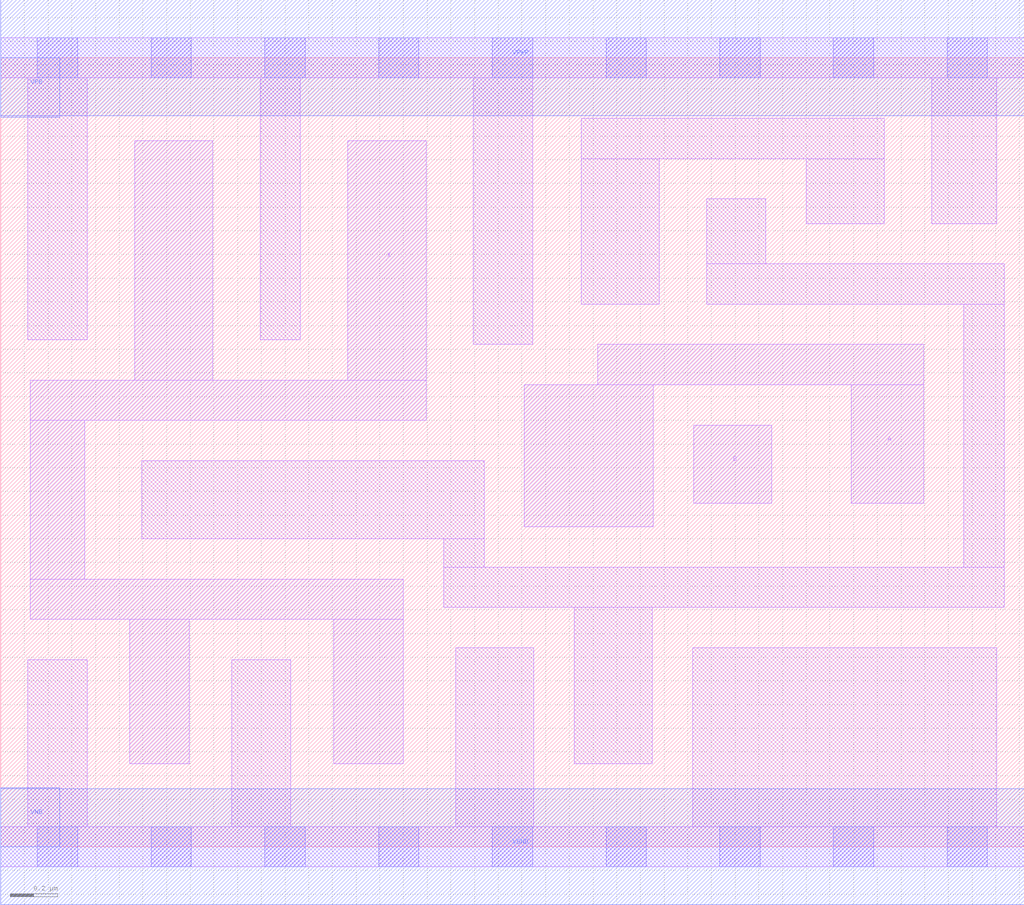
<source format=lef>
# Copyright 2020 The SkyWater PDK Authors
#
# Licensed under the Apache License, Version 2.0 (the "License");
# you may not use this file except in compliance with the License.
# You may obtain a copy of the License at
#
#     https://www.apache.org/licenses/LICENSE-2.0
#
# Unless required by applicable law or agreed to in writing, software
# distributed under the License is distributed on an "AS IS" BASIS,
# WITHOUT WARRANTIES OR CONDITIONS OF ANY KIND, either express or implied.
# See the License for the specific language governing permissions and
# limitations under the License.
#
# SPDX-License-Identifier: Apache-2.0

VERSION 5.5 ;
NAMESCASESENSITIVE ON ;
BUSBITCHARS "[]" ;
DIVIDERCHAR "/" ;
MACRO sky130_fd_sc_hs__or2_4
  CLASS CORE ;
  SOURCE USER ;
  ORIGIN  0.000000  0.000000 ;
  SIZE  4.320000 BY  3.330000 ;
  SYMMETRY X Y ;
  SITE unit ;
  PIN A
    ANTENNAGATEAREA  0.411000 ;
    DIRECTION INPUT ;
    USE SIGNAL ;
    PORT
      LAYER li1 ;
        RECT 2.210000 1.350000 2.755000 1.950000 ;
        RECT 2.520000 1.950000 3.895000 2.120000 ;
        RECT 3.590000 1.450000 3.895000 1.950000 ;
    END
  END A
  PIN B
    ANTENNAGATEAREA  0.411000 ;
    DIRECTION INPUT ;
    USE SIGNAL ;
    PORT
      LAYER li1 ;
        RECT 2.925000 1.450000 3.255000 1.780000 ;
    END
  END B
  PIN X
    ANTENNADIFFAREA  1.149300 ;
    DIRECTION OUTPUT ;
    USE SIGNAL ;
    PORT
      LAYER li1 ;
        RECT 0.125000 0.960000 1.700000 1.130000 ;
        RECT 0.125000 1.130000 0.355000 1.800000 ;
        RECT 0.125000 1.800000 1.795000 1.970000 ;
        RECT 0.545000 0.350000 0.795000 0.960000 ;
        RECT 0.565000 1.970000 0.895000 2.980000 ;
        RECT 1.405000 0.350000 1.700000 0.960000 ;
        RECT 1.465000 1.970000 1.795000 2.980000 ;
    END
  END X
  PIN VGND
    DIRECTION INOUT ;
    USE GROUND ;
    PORT
      LAYER met1 ;
        RECT 0.000000 -0.245000 4.320000 0.245000 ;
    END
  END VGND
  PIN VNB
    DIRECTION INOUT ;
    USE GROUND ;
    PORT
      LAYER met1 ;
        RECT 0.000000 0.000000 0.250000 0.250000 ;
    END
  END VNB
  PIN VPB
    DIRECTION INOUT ;
    USE POWER ;
    PORT
      LAYER met1 ;
        RECT 0.000000 3.080000 0.250000 3.330000 ;
    END
  END VPB
  PIN VPWR
    DIRECTION INOUT ;
    USE POWER ;
    PORT
      LAYER met1 ;
        RECT 0.000000 3.085000 4.320000 3.575000 ;
    END
  END VPWR
  OBS
    LAYER li1 ;
      RECT 0.000000 -0.085000 4.320000 0.085000 ;
      RECT 0.000000  3.245000 4.320000 3.415000 ;
      RECT 0.115000  0.085000 0.365000 0.790000 ;
      RECT 0.115000  2.140000 0.365000 3.245000 ;
      RECT 0.595000  1.300000 2.040000 1.630000 ;
      RECT 0.975000  0.085000 1.225000 0.790000 ;
      RECT 1.095000  2.140000 1.265000 3.245000 ;
      RECT 1.870000  1.010000 4.235000 1.180000 ;
      RECT 1.870000  1.180000 2.040000 1.300000 ;
      RECT 1.920000  0.085000 2.250000 0.840000 ;
      RECT 1.995000  2.120000 2.245000 3.245000 ;
      RECT 2.420000  0.350000 2.750000 1.010000 ;
      RECT 2.450000  2.290000 2.780000 2.905000 ;
      RECT 2.450000  2.905000 3.730000 3.075000 ;
      RECT 2.920000  0.085000 4.205000 0.840000 ;
      RECT 2.980000  2.290000 4.235000 2.460000 ;
      RECT 2.980000  2.460000 3.230000 2.735000 ;
      RECT 3.400000  2.630000 3.730000 2.905000 ;
      RECT 3.930000  2.630000 4.205000 3.245000 ;
      RECT 4.065000  1.180000 4.235000 2.290000 ;
    LAYER mcon ;
      RECT 0.155000 -0.085000 0.325000 0.085000 ;
      RECT 0.155000  3.245000 0.325000 3.415000 ;
      RECT 0.635000 -0.085000 0.805000 0.085000 ;
      RECT 0.635000  3.245000 0.805000 3.415000 ;
      RECT 1.115000 -0.085000 1.285000 0.085000 ;
      RECT 1.115000  3.245000 1.285000 3.415000 ;
      RECT 1.595000 -0.085000 1.765000 0.085000 ;
      RECT 1.595000  3.245000 1.765000 3.415000 ;
      RECT 2.075000 -0.085000 2.245000 0.085000 ;
      RECT 2.075000  3.245000 2.245000 3.415000 ;
      RECT 2.555000 -0.085000 2.725000 0.085000 ;
      RECT 2.555000  3.245000 2.725000 3.415000 ;
      RECT 3.035000 -0.085000 3.205000 0.085000 ;
      RECT 3.035000  3.245000 3.205000 3.415000 ;
      RECT 3.515000 -0.085000 3.685000 0.085000 ;
      RECT 3.515000  3.245000 3.685000 3.415000 ;
      RECT 3.995000 -0.085000 4.165000 0.085000 ;
      RECT 3.995000  3.245000 4.165000 3.415000 ;
  END
END sky130_fd_sc_hs__or2_4
END LIBRARY

</source>
